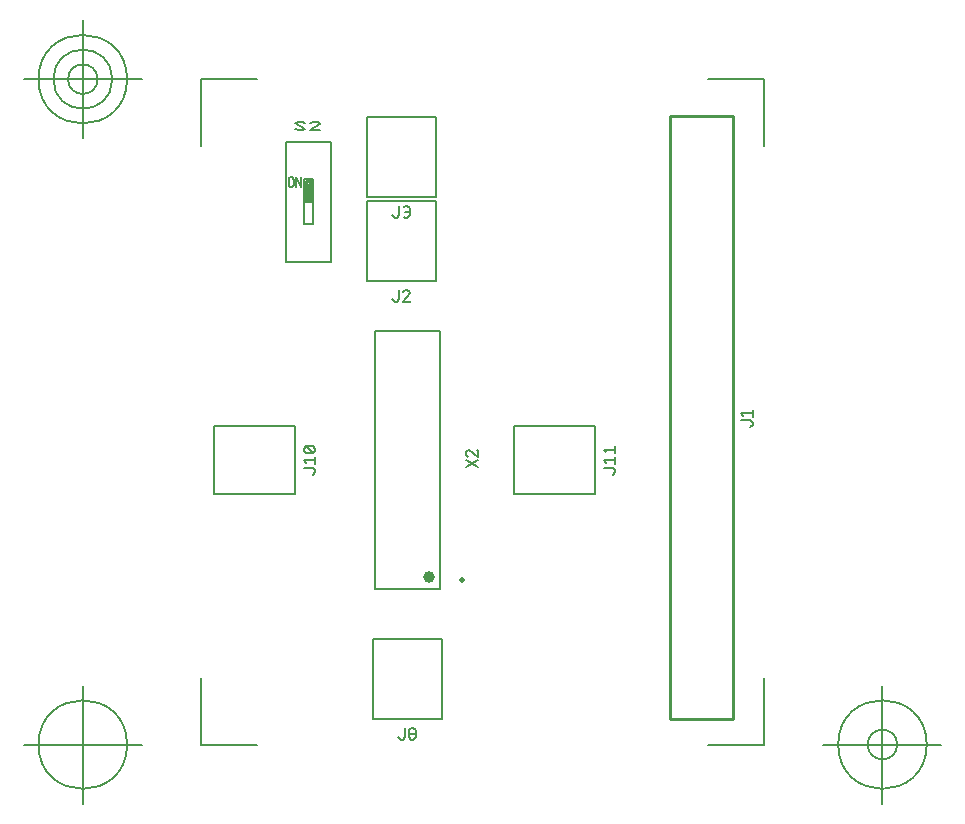
<source format=gbr>
G04 Generated by Ultiboard 14.0 *
%FSLAX34Y34*%
%MOMM*%

%ADD10C,0.0001*%
%ADD11C,0.1556*%
%ADD12C,0.2540*%
%ADD13C,0.2000*%
%ADD14C,0.2032*%
%ADD15C,0.1270*%
%ADD16C,0.50000*%
%ADD17C,1.00000*%


G04 ColorRGB FFFF00 for the following layer *
%LNSilkscreen Top*%
%LPD*%
G54D10*
G54D11*
X231850Y-20664D02*
X233850Y-18673D01*
X233850Y-16682D01*
X231850Y-14691D01*
X223850Y-14691D01*
X225850Y-10709D02*
X223850Y-8718D01*
X233850Y-8718D01*
X233850Y-11704D02*
X233850Y-5731D01*
X-71464Y158780D02*
X-69473Y156780D01*
X-67482Y156780D01*
X-65491Y158780D01*
X-65491Y166780D01*
X-61509Y165780D02*
X-60513Y166780D01*
X-58522Y166780D01*
X-56531Y164780D01*
X-56531Y162780D01*
X-57527Y161780D01*
X-56531Y160780D01*
X-56531Y158780D01*
X-58522Y156780D01*
X-60513Y156780D01*
X-61509Y157780D01*
X-60513Y161780D02*
X-57527Y161780D01*
X-71464Y87660D02*
X-69473Y85660D01*
X-67482Y85660D01*
X-65491Y87660D01*
X-65491Y95660D01*
X-62504Y93660D02*
X-60513Y95660D01*
X-58522Y95660D01*
X-56531Y93660D01*
X-56531Y92660D01*
X-62504Y85660D01*
X-56531Y85660D01*
X-56531Y86660D01*
X-66384Y-283180D02*
X-64393Y-285180D01*
X-62402Y-285180D01*
X-60411Y-283180D01*
X-60411Y-275180D01*
X-53442Y-285180D02*
X-55433Y-285180D01*
X-57424Y-283180D01*
X-57424Y-281180D01*
X-56429Y-280180D01*
X-57424Y-279180D01*
X-57424Y-277180D01*
X-55433Y-275180D01*
X-53442Y-275180D01*
X-51451Y-277180D01*
X-51451Y-279180D01*
X-52447Y-280180D01*
X-51451Y-281180D01*
X-51451Y-283180D01*
X-53442Y-285180D01*
X-56429Y-280180D02*
X-52447Y-280180D01*
X115540Y-60704D02*
X117540Y-58713D01*
X117540Y-56722D01*
X115540Y-54731D01*
X107540Y-54731D01*
X109540Y-50749D02*
X107540Y-48758D01*
X117540Y-48758D01*
X117540Y-51744D02*
X117540Y-45771D01*
X109540Y-41789D02*
X107540Y-39798D01*
X117540Y-39798D01*
X117540Y-42784D02*
X117540Y-36811D01*
X-138460Y-60704D02*
X-136460Y-58713D01*
X-136460Y-56722D01*
X-138460Y-54731D01*
X-146460Y-54731D01*
X-144460Y-50749D02*
X-146460Y-48758D01*
X-136460Y-48758D01*
X-136460Y-51744D02*
X-136460Y-45771D01*
X-144460Y-42784D02*
X-146460Y-40793D01*
X-146460Y-38802D01*
X-144460Y-36811D01*
X-138460Y-36811D01*
X-136460Y-38802D01*
X-136460Y-40793D01*
X-138460Y-42784D01*
X-144460Y-42784D01*
X-144460Y-36811D02*
X-138460Y-42784D01*
G54D12*
X164100Y-267950D02*
X216900Y-267950D01*
X216900Y242550D01*
X164100Y242550D01*
X164100Y-267950D01*
G54D13*
X-92450Y242280D02*
X-34550Y242280D01*
X-34550Y174280D01*
X-92450Y174280D01*
X-92450Y242280D01*
X-92450Y171160D02*
X-34550Y171160D01*
X-34550Y103160D01*
X-92450Y103160D01*
X-92450Y171160D01*
X-87370Y-199680D02*
X-29470Y-199680D01*
X-29470Y-267680D01*
X-87370Y-267680D01*
X-87370Y-199680D01*
X32040Y-77210D02*
X100040Y-77210D01*
X100040Y-19310D01*
X32040Y-19310D01*
X32040Y-77210D01*
X-221960Y-77210D02*
X-153960Y-77210D01*
X-153960Y-19310D01*
X-221960Y-19310D01*
X-221960Y-77210D01*
G54D14*
X-9090Y-54688D02*
X910Y-48714D01*
X910Y-54688D02*
X-9090Y-48714D01*
X-7090Y-45728D02*
X-9090Y-43736D01*
X-9090Y-41745D01*
X-7090Y-39754D01*
X-6090Y-39754D01*
X910Y-45728D01*
X910Y-39754D01*
X-90Y-39754D01*
X-85770Y60740D02*
X-85770Y-157260D01*
X-31070Y-157260D02*
X-31070Y60740D01*
X-85770Y-157260D02*
X-31070Y-157260D01*
X-31070Y60740D02*
X-85770Y60740D01*
X-153529Y232168D02*
X-150707Y230656D01*
X-147884Y230656D01*
X-145062Y232168D01*
X-153529Y236704D01*
X-150707Y238216D01*
X-147884Y238216D01*
X-145062Y236704D01*
X-140829Y236704D02*
X-138007Y238216D01*
X-135184Y238216D01*
X-132362Y236704D01*
X-132362Y235948D01*
X-140829Y230656D01*
X-132362Y230656D01*
X-132362Y231412D01*
X-123190Y119380D02*
X-161290Y119380D01*
X-161290Y220980D02*
X-123190Y220980D01*
X-161290Y119380D02*
X-161290Y220980D01*
X-146050Y189230D02*
X-146050Y151130D01*
X-138430Y151130D02*
X-138430Y189230D01*
X-146050Y151130D02*
X-138430Y151130D01*
X-159174Y184997D02*
X-159166Y184813D01*
X-159141Y184629D01*
X-159102Y184449D01*
X-159046Y184273D01*
X-158975Y184102D01*
X-158890Y183939D01*
X-158791Y183783D01*
X-158678Y183636D01*
X-158554Y183500D01*
X-158418Y183376D01*
X-158271Y183263D01*
X-158115Y183164D01*
X-157952Y183079D01*
X-157781Y183008D01*
X-157605Y182952D01*
X-157425Y182912D01*
X-157241Y182888D01*
X-157057Y182880D01*
X-156873Y182888D01*
X-156689Y182912D01*
X-156509Y182952D01*
X-156333Y183008D01*
X-156162Y183079D01*
X-155999Y183164D01*
X-155843Y183263D01*
X-155696Y183376D01*
X-155560Y183500D01*
X-155436Y183636D01*
X-155323Y183783D01*
X-155224Y183939D01*
X-155139Y184102D01*
X-155068Y184273D01*
X-155012Y184449D01*
X-154972Y184629D01*
X-154948Y184813D01*
X-154940Y184997D01*
X-154940Y189230D02*
X-154948Y189414D01*
X-154972Y189598D01*
X-155012Y189778D01*
X-155068Y189954D01*
X-155139Y190125D01*
X-155224Y190288D01*
X-155323Y190444D01*
X-155436Y190591D01*
X-155560Y190727D01*
X-155696Y190851D01*
X-155843Y190964D01*
X-155999Y191063D01*
X-156162Y191148D01*
X-156333Y191219D01*
X-156509Y191275D01*
X-156689Y191315D01*
X-156873Y191339D01*
X-157057Y191347D01*
X-157241Y191339D01*
X-157425Y191315D01*
X-157605Y191275D01*
X-157781Y191219D01*
X-157952Y191148D01*
X-158115Y191063D01*
X-158271Y190964D01*
X-158418Y190851D01*
X-158554Y190727D01*
X-158678Y190591D01*
X-158791Y190444D01*
X-158890Y190288D01*
X-158975Y190125D01*
X-159046Y189954D01*
X-159102Y189778D01*
X-159142Y189598D01*
X-159166Y189414D01*
X-159174Y189230D01*
X-159173Y189230D02*
X-159173Y184997D01*
X-154940Y184997D02*
X-154940Y189230D01*
X-144780Y171450D02*
X-144780Y187960D01*
X-143510Y171450D02*
X-143510Y186690D01*
X-146050Y170180D02*
X-138430Y170180D01*
X-139700Y171450D02*
X-142240Y171450D01*
X-143510Y171450D01*
X-139700Y172720D02*
X-139700Y171450D01*
X-139700Y187960D02*
X-139700Y172720D01*
X-142240Y172720D02*
X-142240Y185420D01*
X-140970Y186690D02*
X-140970Y172720D01*
X-142240Y172720D01*
X-148590Y182880D02*
X-152823Y191347D01*
X-152823Y182880D01*
X-148590Y191347D02*
X-148590Y182880D01*
X-138430Y189230D02*
X-146050Y189230D01*
X-144780Y187960D02*
X-139700Y187960D01*
X-143510Y186690D02*
X-140970Y186690D01*
X-123190Y220980D02*
X-123190Y119380D01*
G54D15*
X-233433Y-289306D02*
X-233433Y-232969D01*
X-233433Y-289306D02*
X-185731Y-289306D01*
X243586Y-289306D02*
X195884Y-289306D01*
X243586Y-289306D02*
X243586Y-232969D01*
X243586Y274066D02*
X243586Y217729D01*
X243586Y274066D02*
X195884Y274066D01*
X-233433Y274066D02*
X-185731Y274066D01*
X-233433Y274066D02*
X-233433Y217729D01*
X-283433Y-289306D02*
X-383433Y-289306D01*
X-333433Y-339306D02*
X-333433Y-239306D01*
X-370933Y-289306D02*
G75*
D01*
G02X-370933Y-289306I37500J0*
G01*
X293586Y-289306D02*
X393586Y-289306D01*
X343586Y-339306D02*
X343586Y-239306D01*
X306086Y-289306D02*
G75*
D01*
G02X306086Y-289306I37500J0*
G01*
X331086Y-289306D02*
G75*
D01*
G02X331086Y-289306I12500J0*
G01*
X-283433Y274066D02*
X-383433Y274066D01*
X-333433Y224066D02*
X-333433Y324066D01*
X-370933Y274066D02*
G75*
D01*
G02X-370933Y274066I37500J0*
G01*
X-358433Y274066D02*
G75*
D01*
G02X-358433Y274066I25000J0*
G01*
X-345933Y274066D02*
G75*
D01*
G02X-345933Y274066I12500J0*
G01*
G54D16*
X-12700Y-149820D03*
G54D17*
X-40640Y-147240D03*

M02*

</source>
